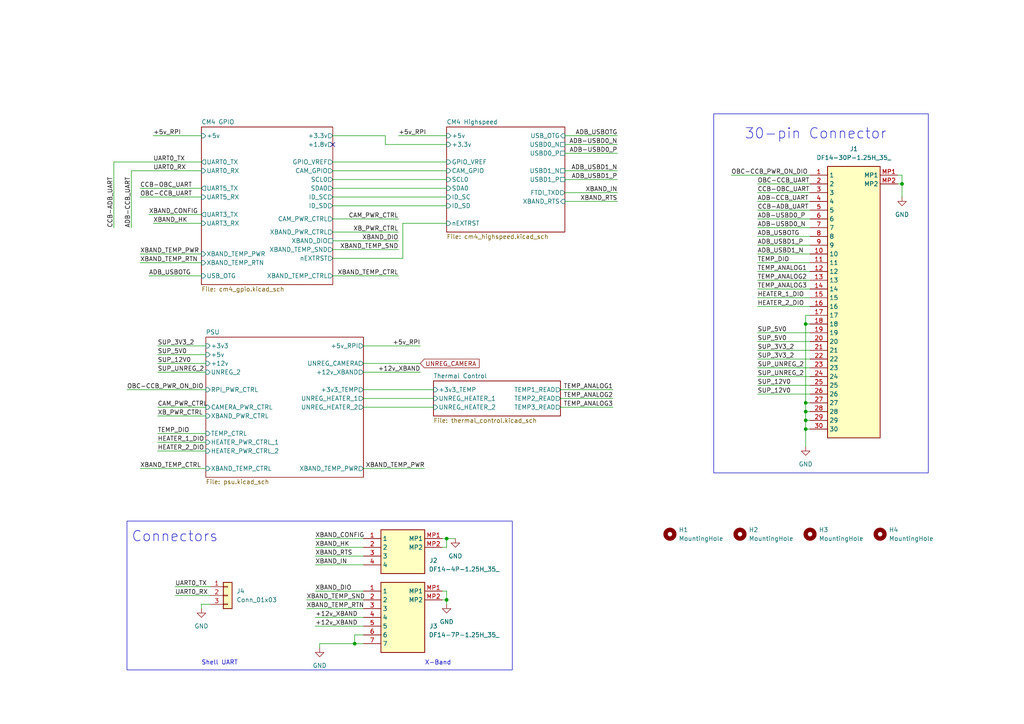
<source format=kicad_sch>
(kicad_sch (version 20230121) (generator eeschema)
  (paper "A4")
  (title_block (title "VERTECS Camera Control Board - A Variant") (date "2024-05-28") (rev "1.3") (company "Kyushu Institute of Technology") (comment 1 "\"A\" variant features a surface style connector") (comment 2 "Designed by Ezra Fielding"))
  (lib_symbols
    (symbol "Connector_Generic:Conn_01x03" (pin_names (offset 1.016) hide)
      (property "Reference" "J" (at 0 5.08 0))
      (property "Value" "Conn_01x03" (at 0 -5.08 0))
      (symbol "Conn_01x03_1_1"
        (rectangle (start -1.27 -2.413) (end 0 -2.667) (stroke (width 0.1524)))
        (rectangle (start -1.27 0.127) (end 0 -0.127) (stroke (width 0.1524)))
        (rectangle (start -1.27 2.667) (end 0 2.413) (stroke (width 0.1524)))
        (rectangle (start -1.27 3.81) (end 1.27 -3.81) (stroke (width 0.254)) (fill (type background)))
        (pin passive line (at -5.08 2.54 0) (length 3.81) (name "Pin_1") (number "1"))
        (pin passive line (at -5.08 0 0) (length 3.81) (name "Pin_2") (number "2"))
        (pin passive line (at -5.08 -2.54 0) (length 3.81) (name "Pin_3") (number "3"))
      )
    )
    (symbol "Mechanical:MountingHole" (pin_names (offset 1.016))
      (property "Reference" "H" (at 0 5.08 0))
      (property "Value" "MountingHole" (at 0 3.175 0))
      (symbol "MountingHole_0_1"
        (circle (center 0 0) (radius 1.27) (stroke (width 1.27)))
      )
    )
    (symbol "VERTECS_CCB_Library:DF14-30P-1.25H_35_"
      (property "Reference" "J" (at 21.59 7.62 0))
      (property "Value" "DF14-30P-1.25H_35_" (at 21.59 5.08 0))
      (symbol "DF14-30P-1.25H_35__1_1"
        (rectangle (start 5.08 2.54) (end 20.32 -76.2) (stroke (width 0.254)) (fill (type background)))
        (pin passive line (at 0 0 0) (length 5.08) (name "1") (number "1"))
        (pin passive line (at 0 -22.86 0) (length 5.08) (name "10") (number "10"))
        (pin passive line (at 0 -25.4 0) (length 5.08) (name "11") (number "11"))
        (pin passive line (at 0 -27.94 0) (length 5.08) (name "12") (number "12"))
        (pin passive line (at 0 -30.48 0) (length 5.08) (name "13") (number "13"))
        (pin passive line (at 0 -33.02 0) (length 5.08) (name "14") (number "14"))
        (pin passive line (at 0 -35.56 0) (length 5.08) (name "15") (number "15"))
        (pin passive line (at 0 -38.1 0) (length 5.08) (name "16") (number "16"))
        (pin passive line (at 0 -40.64 0) (length 5.08) (name "17") (number "17"))
        (pin passive line (at 0 -43.18 0) (length 5.08) (name "18") (number "18"))
        (pin passive line (at 0 -45.72 0) (length 5.08) (name "19") (number "19"))
        (pin passive line (at 0 -2.54 0) (length 5.08) (name "2") (number "2"))
        (pin passive line (at 0 -48.26 0) (length 5.08) (name "20") (number "20"))
        (pin passive line (at 0 -50.8 0) (length 5.08) (name "21") (number "21"))
        (pin passive line (at 0 -53.34 0) (length 5.08) (name "22") (number "22"))
        (pin passive line (at 0 -55.88 0) (length 5.08) (name "23") (number "23"))
        (pin passive line (at 0 -58.42 0) (length 5.08) (name "24") (number "24"))
        (pin passive line (at 0 -60.96 0) (length 5.08) (name "25") (number "25"))
        (pin passive line (at 0 -63.5 0) (length 5.08) (name "26") (number "26"))
        (pin passive line (at 0 -66.04 0) (length 5.08) (name "27") (number "27"))
        (pin passive line (at 0 -68.58 0) (length 5.08) (name "28") (number "28"))
        (pin passive line (at 0 -71.12 0) (length 5.08) (name "29") (number "29"))
        (pin passive line (at 0 -5.08 0) (length 5.08) (name "3") (number "3"))
        (pin passive line (at 0 -73.66 0) (length 5.08) (name "30") (number "30"))
        (pin passive line (at 0 -7.62 0) (length 5.08) (name "4") (number "4"))
        (pin passive line (at 0 -10.16 0) (length 5.08) (name "5") (number "5"))
        (pin passive line (at 0 -12.7 0) (length 5.08) (name "6") (number "6"))
        (pin passive line (at 0 -15.24 0) (length 5.08) (name "7") (number "7"))
        (pin passive line (at 0 -17.78 0) (length 5.08) (name "8") (number "8"))
        (pin passive line (at 0 -20.32 0) (length 5.08) (name "9") (number "9"))
        (pin passive line (at 25.4 0 180) (length 5.08) (name "MP1") (number "MP1"))
        (pin passive line (at 25.4 -2.54 180) (length 5.08) (name "MP2") (number "MP2"))
      )
    )
    (symbol "VERTECS_CCB_Library:DF14-4P-1.25H_35_"
      (property "Reference" "J" (at 19.05 7.62 0))
      (property "Value" "DF14-4P-1.25H_35_" (at 19.05 5.08 0))
      (symbol "DF14-4P-1.25H_35__1_1"
        (rectangle (start 5.08 2.54) (end 17.78 -10.16) (stroke (width 0.254)) (fill (type background)))
        (pin passive line (at 0 0 0) (length 5.08) (name "1") (number "1"))
        (pin passive line (at 0 -2.54 0) (length 5.08) (name "2") (number "2"))
        (pin passive line (at 0 -5.08 0) (length 5.08) (name "3") (number "3"))
        (pin passive line (at 0 -7.62 0) (length 5.08) (name "4") (number "4"))
        (pin passive line (at 22.86 0 180) (length 5.08) (name "MP1") (number "MP1"))
        (pin passive line (at 22.86 -2.54 180) (length 5.08) (name "MP2") (number "MP2"))
      )
    )
    (symbol "VERTECS_CCB_Library:DF14-7P-1.25H_35_"
      (property "Reference" "J" (at 19.05 7.62 0))
      (property "Value" "DF14-7P-1.25H_35_" (at 19.05 5.08 0))
      (symbol "DF14-7P-1.25H_35__1_1"
        (rectangle (start 5.08 2.54) (end 17.78 -17.78) (stroke (width 0.254)) (fill (type background)))
        (pin passive line (at 0 0 0) (length 5.08) (name "1") (number "1"))
        (pin passive line (at 0 -2.54 0) (length 5.08) (name "2") (number "2"))
        (pin passive line (at 0 -5.08 0) (length 5.08) (name "3") (number "3"))
        (pin passive line (at 0 -7.62 0) (length 5.08) (name "4") (number "4"))
        (pin passive line (at 0 -10.16 0) (length 5.08) (name "5") (number "5"))
        (pin passive line (at 0 -12.7 0) (length 5.08) (name "6") (number "6"))
        (pin passive line (at 0 -15.24 0) (length 5.08) (name "7") (number "7"))
        (pin passive line (at 22.86 0 180) (length 5.08) (name "MP1") (number "MP1"))
        (pin passive line (at 22.86 -2.54 180) (length 5.08) (name "MP2") (number "MP2"))
      )
    )
    (symbol "power:GND" (power) (pin_names (offset 0))
      (property "Value" "GND" (at 0 -3.81 0))
      (symbol "GND_0_1"
        (polyline (pts (xy 0 0) (xy 0 -1.27) (xy 1.27 -1.27) (xy 0 -2.54) (xy -1.27 -1.27) (xy 0 -1.27)))
      )
      (symbol "GND_1_1"
        (pin power_in line (at 0 0 270) (length 0) hide (name "GND") (number "1"))
      )
    )
  )
  (junction (at 233.68 119.38))
  (junction (at 102.87 186.69))
  (junction (at 233.68 93.98))
  (junction (at 233.68 124.46))
  (junction (at 129.54 173.99))
  (junction (at 261.62 53.34))
  (junction (at 129.54 156.21))
  (junction (at 233.68 121.92))
  (junction (at 233.68 116.84))
  (no_connect (at 96.52 41.91))
  (wire (pts (xy 219.71 111.76) (xy 234.95 111.76)))
  (wire (pts (xy 219.71 55.88) (xy 234.95 55.88)))
  (wire (pts (xy 129.54 171.45) (xy 129.54 173.99)))
  (wire (pts (xy 96.52 49.53) (xy 129.54 49.53)))
  (wire (pts (xy 163.83 44.45) (xy 179.07 44.45)))
  (wire (pts (xy 233.68 93.98) (xy 234.95 93.98)))
  (wire (pts (xy 91.44 158.75) (xy 105.41 158.75)))
  (wire (pts (xy 33.02 46.99) (xy 33.02 66.04)))
  (wire (pts (xy 38.1 49.53) (xy 38.1 66.04)))
  (wire (pts (xy 233.68 116.84) (xy 234.95 116.84)))
  (wire (pts (xy 91.44 163.83) (xy 105.41 163.83)))
  (wire (pts (xy 45.72 118.11) (xy 59.69 118.11)))
  (wire (pts (xy 219.71 86.36) (xy 234.95 86.36)))
  (wire (pts (xy 116.84 64.77) (xy 129.54 64.77)))
  (wire (pts (xy 45.72 100.33) (xy 59.69 100.33)))
  (wire (pts (xy 105.41 107.95) (xy 121.92 107.95)))
  (wire (pts (xy 105.41 115.57) (xy 125.73 115.57)))
  (wire (pts (xy 111.76 39.37) (xy 111.76 41.91)))
  (wire (pts (xy 233.68 119.38) (xy 234.95 119.38)))
  (wire (pts (xy 96.52 46.99) (xy 129.54 46.99)))
  (wire (pts (xy 45.72 120.65) (xy 59.69 120.65)))
  (wire (pts (xy 58.42 57.15) (xy 40.64 57.15)))
  (wire (pts (xy 45.72 105.41) (xy 59.69 105.41)))
  (wire (pts (xy 96.52 74.93) (xy 116.84 74.93)))
  (wire (pts (xy 96.52 57.15) (xy 129.54 57.15)))
  (wire (pts (xy 96.52 69.85) (xy 115.57 69.85)))
  (wire (pts (xy 45.72 125.73) (xy 59.69 125.73)))
  (wire (pts (xy 219.71 66.04) (xy 234.95 66.04)))
  (wire (pts (xy 33.02 46.99) (xy 58.42 46.99)))
  (wire (pts (xy 212.09 50.8) (xy 234.95 50.8)))
  (wire (pts (xy 219.71 96.52) (xy 234.95 96.52)))
  (wire (pts (xy 91.44 171.45) (xy 105.41 171.45)))
  (wire (pts (xy 91.44 156.21) (xy 105.41 156.21)))
  (wire (pts (xy 233.68 124.46) (xy 233.68 129.54)))
  (wire (pts (xy 88.9 176.53) (xy 105.41 176.53)))
  (wire (pts (xy 36.83 113.03) (xy 59.69 113.03)))
  (wire (pts (xy 129.54 173.99) (xy 129.54 175.26)))
  (wire (pts (xy 45.72 102.87) (xy 59.69 102.87)))
  (wire (pts (xy 163.83 39.37) (xy 179.07 39.37)))
  (wire (pts (xy 233.68 121.92) (xy 234.95 121.92)))
  (wire (pts (xy 233.68 91.44) (xy 234.95 91.44)))
  (wire (pts (xy 58.42 54.61) (xy 40.64 54.61)))
  (wire (pts (xy 129.54 156.21) (xy 128.27 156.21)))
  (wire (pts (xy 88.9 173.99) (xy 105.41 173.99)))
  (wire (pts (xy 40.64 135.89) (xy 59.69 135.89)))
  (wire (pts (xy 162.56 113.03) (xy 177.8 113.03)))
  (wire (pts (xy 219.71 99.06) (xy 234.95 99.06)))
  (wire (pts (xy 219.71 109.22) (xy 234.95 109.22)))
  (wire (pts (xy 105.41 105.41) (xy 121.92 105.41)))
  (wire (pts (xy 219.71 76.2) (xy 234.95 76.2)))
  (wire (pts (xy 219.71 58.42) (xy 234.95 58.42)))
  (wire (pts (xy 219.71 68.58) (xy 234.95 68.58)))
  (wire (pts (xy 60.96 175.26) (xy 58.42 175.26)))
  (wire (pts (xy 219.71 63.5) (xy 234.95 63.5)))
  (wire (pts (xy 219.71 83.82) (xy 234.95 83.82)))
  (wire (pts (xy 219.71 88.9) (xy 234.95 88.9)))
  (wire (pts (xy 91.44 181.61) (xy 105.41 181.61)))
  (wire (pts (xy 260.35 50.8) (xy 261.62 50.8)))
  (wire (pts (xy 96.52 72.39) (xy 115.57 72.39)))
  (wire (pts (xy 162.56 115.57) (xy 177.8 115.57)))
  (wire (pts (xy 128.27 158.75) (xy 129.54 158.75)))
  (wire (pts (xy 163.83 58.42) (xy 179.07 58.42)))
  (wire (pts (xy 96.52 67.31) (xy 115.57 67.31)))
  (wire (pts (xy 233.68 119.38) (xy 233.68 121.92)))
  (wire (pts (xy 91.44 179.07) (xy 105.41 179.07)))
  (wire (pts (xy 91.44 161.29) (xy 105.41 161.29)))
  (wire (pts (xy 219.71 114.3) (xy 234.95 114.3)))
  (wire (pts (xy 163.83 49.53) (xy 179.07 49.53)))
  (wire (pts (xy 261.62 53.34) (xy 261.62 57.15)))
  (wire (pts (xy 219.71 73.66) (xy 234.95 73.66)))
  (wire (pts (xy 116.84 74.93) (xy 116.84 64.77)))
  (wire (pts (xy 219.71 106.68) (xy 234.95 106.68)))
  (wire (pts (xy 115.57 39.37) (xy 129.54 39.37)))
  (wire (pts (xy 44.45 39.37) (xy 58.42 39.37)))
  (wire (pts (xy 219.71 71.12) (xy 234.95 71.12)))
  (wire (pts (xy 261.62 50.8) (xy 261.62 53.34)))
  (wire (pts (xy 163.83 55.88) (xy 179.07 55.88)))
  (wire (pts (xy 128.27 171.45) (xy 129.54 171.45)))
  (wire (pts (xy 219.71 78.74) (xy 234.95 78.74)))
  (wire (pts (xy 58.42 175.26) (xy 58.42 176.53)))
  (wire (pts (xy 45.72 128.27) (xy 59.69 128.27)))
  (wire (pts (xy 92.71 186.69) (xy 92.71 187.96)))
  (wire (pts (xy 219.71 81.28) (xy 234.95 81.28)))
  (wire (pts (xy 219.71 53.34) (xy 234.95 53.34)))
  (wire (pts (xy 45.72 130.81) (xy 59.69 130.81)))
  (wire (pts (xy 219.71 60.96) (xy 234.95 60.96)))
  (wire (pts (xy 233.68 93.98) (xy 233.68 116.84)))
  (wire (pts (xy 96.52 39.37) (xy 111.76 39.37)))
  (wire (pts (xy 233.68 91.44) (xy 233.68 93.98)))
  (wire (pts (xy 129.54 158.75) (xy 129.54 156.21)))
  (wire (pts (xy 96.52 63.5) (xy 115.57 63.5)))
  (wire (pts (xy 60.96 172.72) (xy 50.8 172.72)))
  (wire (pts (xy 60.96 170.18) (xy 50.8 170.18)))
  (wire (pts (xy 102.87 184.15) (xy 102.87 186.69)))
  (wire (pts (xy 38.1 49.53) (xy 58.42 49.53)))
  (wire (pts (xy 105.41 135.89) (xy 123.19 135.89)))
  (wire (pts (xy 163.83 52.07) (xy 179.07 52.07)))
  (wire (pts (xy 58.42 64.77) (xy 44.45 64.77)))
  (wire (pts (xy 219.71 101.6) (xy 234.95 101.6)))
  (wire (pts (xy 129.54 156.21) (xy 132.08 156.21)))
  (wire (pts (xy 105.41 184.15) (xy 102.87 184.15)))
  (wire (pts (xy 162.56 118.11) (xy 177.8 118.11)))
  (wire (pts (xy 96.52 54.61) (xy 129.54 54.61)))
  (wire (pts (xy 58.42 80.01) (xy 43.18 80.01)))
  (wire (pts (xy 233.68 121.92) (xy 233.68 124.46)))
  (wire (pts (xy 45.72 107.95) (xy 59.69 107.95)))
  (wire (pts (xy 102.87 186.69) (xy 92.71 186.69)))
  (wire (pts (xy 96.52 80.01) (xy 115.57 80.01)))
  (wire (pts (xy 111.76 41.91) (xy 129.54 41.91)))
  (wire (pts (xy 233.68 116.84) (xy 233.68 119.38)))
  (wire (pts (xy 102.87 186.69) (xy 105.41 186.69)))
  (wire (pts (xy 261.62 53.34) (xy 260.35 53.34)))
  (wire (pts (xy 105.41 100.33) (xy 121.92 100.33)))
  (wire (pts (xy 233.68 124.46) (xy 234.95 124.46)))
  (wire (pts (xy 58.42 62.23) (xy 43.18 62.23)))
  (wire (pts (xy 105.41 113.03) (xy 125.73 113.03)))
  (wire (pts (xy 40.64 76.2) (xy 58.42 76.2)))
  (wire (pts (xy 219.71 104.14) (xy 234.95 104.14)))
  (wire (pts (xy 96.52 59.69) (xy 129.54 59.69)))
  (wire (pts (xy 40.64 73.66) (xy 58.42 73.66)))
  (wire (pts (xy 129.54 173.99) (xy 128.27 173.99)))
  (wire (pts (xy 105.41 118.11) (xy 125.73 118.11)))
  (wire (pts (xy 96.52 52.07) (xy 129.54 52.07)))
  (wire (pts (xy 163.83 41.91) (xy 179.07 41.91)))
  (rectangle (start 36.83 151.13) (end 148.59 194.31))
  (rectangle (start 207.01 33.02) (end 269.24 137.16))
  (text "Shell UART" (at 58.42 193.04 0) (effects (font (size 1.27 1.27)) (justify left bottom)))
  (text "X-Band" (at 123.19 193.04 0) (effects (font (size 1.27 1.27)) (justify left bottom)))
  (text "Connectors\n" (at 38.1 157.48 0) (effects (font (size 3 3)) (justify left bottom)))
  (text "30-pin Connector" (at 215.9 40.64 0) (effects (font (size 3 3)) (justify left bottom)))
  (label "HEATER_2_DIO" (at 219.71 88.9 0))
  (label "SUP_5V0" (at 219.71 96.52 0))
  (label "XBAND_TEMP_SND" (at 115.57 72.39 180))
  (label "TEMP_DIO" (at 45.72 125.73 0))
  (label "SUP_5V0" (at 219.71 99.06 0))
  (label "TEMP_ANALOG2" (at 219.71 81.28 0))
  (label "XBAND_IN" (at 91.44 163.83 0))
  (label "XBAND_TEMP_CTRL" (at 40.64 135.89 0))
  (label "+12v_XBAND" (at 91.44 181.61 0))
  (label "+12v_XBAND" (at 121.92 107.95 180))
  (label "XBAND_IN" (at 179.07 55.88 180))
  (label "+5v_RPI" (at 115.57 39.37 0))
  (label "ADB-USBD0_P" (at 219.71 63.5 0))
  (label "XBAND_CONFIG" (at 91.44 156.21 0))
  (label "ADB-USBD0_P" (at 179.07 44.45 180))
  (label "OBC-CCB_PWR_ON_DIO" (at 212.09 50.8 0))
  (label "OBC-CCB_UART" (at 219.71 53.34 0))
  (label "SUP_UNREG_2" (at 219.71 106.68 0))
  (label "SUP_5V0" (at 45.72 102.87 0))
  (label "CAM_PWR_CTRL" (at 115.57 63.5 180))
  (label "ADB_USBOTG" (at 179.07 39.37 180))
  (label "OBC-CCB_PWR_ON_DIO" (at 36.83 113.03 0))
  (label "UART0_TX" (at 50.8 170.18 0))
  (label "HEATER_2_DIO" (at 45.72 130.81 0))
  (label "OBC-CCB_UART" (at 40.64 57.15 0))
  (label "XBAND_TEMP_PWR" (at 40.64 73.66 0))
  (label "HEATER_1_DIO" (at 219.71 86.36 0))
  (label "UART0_RX" (at 50.8 172.72 0))
  (label "XBAND_DIO" (at 91.44 171.45 0))
  (label "XBAND_TEMP_RTN" (at 40.64 76.2 0))
  (label "TEMP_ANALOG3" (at 219.71 83.82 0))
  (label "CCB-OBC_UART" (at 219.71 55.88 0))
  (label "SUP_3V3_2" (at 219.71 104.14 0))
  (label "XBAND_CONFIG" (at 43.18 62.23 0))
  (label "ADB-USBD0_N" (at 179.07 41.91 180))
  (label "ADB_USBD1_P" (at 179.07 52.07 180))
  (label "XBAND_HK" (at 44.45 64.77 0))
  (label "TEMP_DIO" (at 219.71 76.2 0))
  (label "UART0_TX" (at 44.45 46.99 0))
  (label "TEMP_ANALOG1" (at 177.8 113.03 180))
  (label "XBAND_TEMP_SND" (at 88.9 173.99 0))
  (label "XBAND_DIO" (at 115.57 69.85 180))
  (label "XBAND_TEMP_CTRL" (at 115.57 80.01 180))
  (label "SUP_12V0" (at 219.71 114.3 0))
  (label "XBAND_RTS" (at 91.44 161.29 0))
  (label "ADB_USBOTG" (at 219.71 68.58 0))
  (label "SUP_3V3_2" (at 219.71 101.6 0))
  (label "TEMP_ANALOG3" (at 177.8 118.11 180))
  (label "SUP_UNREG_2" (at 219.71 109.22 0))
  (label "TEMP_ANALOG2" (at 177.8 115.57 180))
  (label "ADB_USBD1_N" (at 219.71 73.66 0))
  (label "SUP_UNREG_2" (at 45.72 107.95 0))
  (label "+5v_RPI" (at 44.45 39.37 0))
  (label "HEATER_1_DIO" (at 45.72 128.27 0))
  (label "ADB-USBD0_N" (at 219.71 66.04 0))
  (label "+12v_XBAND" (at 91.44 179.07 0))
  (label "ADB-CCB_UART" (at 219.71 58.42 0))
  (label "CAM_PWR_CTRL" (at 45.72 118.11 0))
  (label "XBAND_RTS" (at 179.07 58.42 180))
  (label "ADB_USBD1_N" (at 179.07 49.53 180))
  (label "XB_PWR_CTRL" (at 115.57 67.31 180))
  (label "CCB-ADB_UART" (at 33.02 66.04 90))
  (label "XBAND_TEMP_PWR" (at 123.19 135.89 180))
  (label "XBAND_HK" (at 91.44 158.75 0))
  (label "+5v_RPI" (at 121.92 100.33 180))
  (label "UART0_RX" (at 44.45 49.53 0))
  (label "TEMP_ANALOG1" (at 219.71 78.74 0))
  (label "SUP_12V0" (at 45.72 105.41 0))
  (label "ADB_USBOTG" (at 43.18 80.01 0))
  (label "XBAND_TEMP_RTN" (at 88.9 176.53 0))
  (label "SUP_3V3_2" (at 45.72 100.33 0))
  (label "ADB-CCB_UART" (at 38.1 66.04 90))
  (label "CCB-ADB_UART" (at 219.71 60.96 0))
  (label "CCB-OBC_UART" (at 40.64 54.61 0))
  (label "ADB_USBD1_P" (at 219.71 71.12 0))
  (label "SUP_12V0" (at 219.71 111.76 0))
  (label "XB_PWR_CTRL" (at 45.72 120.65 0))
  (global_label "UNREG_CAMERA" (shape input) (at 121.92 105.41 0) (property "Intersheetrefs" "${INTERSHEET_REFS}" (effects hide)))
  (symbol (lib_id "VERTECS_CCB_Library:DF14-7P-1.25H_35_") (at 105.41 171.45 0) (unit 1)
    (property "Reference" "J3" (at 125.73 181.61 0))
    (property "Value" "DF14-7P-1.25H_35_" (at 134.62 184.15 0))
    (property "Footprint" "VERTECS_CCB_Library:DF147P125H35" (effects hide))
    (property "Datasheet" "https://www.hirose.com/en/product/document?clcode=CL0538-0026-8-35&productname=DF14-7P-1.25H(35)&series=DF14&documenttype=2DDrawing&lang=en&documentid=0001395068" (effects hide))
    (property "Height" "2.7" (effects hide))
    (property "Manufacturer_Name" "Hirose" (effects hide))
    (property "Manufacturer_Part_Number" "DF14-7P-1.25H(35)" (effects hide))
    (property "Mouser Part Number" "798-DF147P125H35" (effects hide))
    (property "Mouser Price/Stock" "https://www.mouser.co.uk/ProductDetail/Hirose-Connector/DF14-7P-1.25H35?qs=QNEnbhJQKvbeXnCtysN7EQ%3D%3D" (effects hide))
  )
  (symbol (lib_id "Mechanical:MountingHole") (at 194.31 154.94 0) (unit 1)
    (property "Reference" "H1" (at 196.85 153.67 0) (effects (justify left)))
    (property "Value" "MountingHole" (at 196.85 156.21 0) (effects (justify left)))
    (property "Footprint" "MountingHole:MountingHole_3.2mm_M3_ISO14580" (effects hide))
  )
  (symbol (lib_id "power:GND") (at 58.42 176.53 0) (unit 1)
    (property "Reference" "#PWR04" (effects hide))
    (property "Value" "GND" (at 58.42 181.61 0))
  )
  (symbol (lib_id "power:GND") (at 261.62 57.15 0) (unit 1)
    (property "Reference" "#PWR01" (effects hide))
    (property "Value" "GND" (at 261.62 62.23 0))
  )
  (symbol (lib_id "VERTECS_CCB_Library:DF14-4P-1.25H_35_") (at 105.41 156.21 0) (unit 1)
    (property "Reference" "J2" (at 125.73 162.56 0))
    (property "Value" "DF14-4P-1.25H_35_" (at 134.62 165.1 0))
    (property "Footprint" "VERTECS_CCB_Library:DF144P125H35" (effects hide))
    (property "Datasheet" "https://www.hirose.com/en/product/document?clcode=CL0538-0023-0-35&productname=DF14-4P-1.25H(35)&series=DF14&documenttype=2DDrawing&lang=en&documentid=0001395068" (effects hide))
    (property "Height" "2.7" (effects hide))
    (property "Manufacturer_Name" "Hirose" (effects hide))
    (property "Manufacturer_Part_Number" "DF14-4P-1.25H(35)" (effects hide))
    (property "Mouser Part Number" "798-DF144P125H35" (effects hide))
    (property "Mouser Price/Stock" "https://www.mouser.co.uk/ProductDetail/Hirose-Connector/DF14-4P-1.25H35?qs=QNEnbhJQKvYlvDOzQvTIEA%3D%3D" (effects hide))
  )
  (symbol (lib_id "power:GND") (at 132.08 156.21 0) (unit 1)
    (property "Reference" "#PWR0108" (effects hide))
    (property "Value" "GND" (at 132.08 161.29 0))
  )
  (symbol (lib_id "power:GND") (at 233.68 129.54 0) (unit 1)
    (property "Reference" "#PWR02" (effects hide))
    (property "Value" "GND" (at 233.68 134.62 0))
  )
  (symbol (lib_id "VERTECS_CCB_Library:DF14-30P-1.25H_35_") (at 234.95 50.8 0) (unit 1)
    (property "Reference" "J1" (at 247.65 43.18 0))
    (property "Value" "DF14-30P-1.25H_35_" (at 247.65 45.72 0))
    (property "Footprint" "VERTECS_CCB_Library:DF1430P125H35" (effects hide))
    (property "Datasheet" "https://www.hirose.com/en/product/document?clcode=CL0538-0020-1-35&productname=DF14-30P-1.25H(35)&series=DF14&documenttype=2DDrawing&lang=en&documentid=0001395068" (effects hide))
    (property "Height" "2.7" (effects hide))
    (property "Manufacturer_Name" "Hirose" (effects hide))
    (property "Manufacturer_Part_Number" "DF14-30P-1.25H(35)" (effects hide))
    (property "Mouser Part Number" "798-DF1430P125H35" (effects hide))
    (property "Mouser Price/Stock" "https://www.mouser.co.uk/ProductDetail/Hirose-Connector/DF14-30P-1.25H35?qs=QNEnbhJQKvYgGwfsHBrQ7Q%3D%3D" (effects hide))
  )
  (symbol (lib_id "Mechanical:MountingHole") (at 255.27 154.94 0) (unit 1)
    (property "Reference" "H4" (at 257.81 153.67 0) (effects (justify left)))
    (property "Value" "MountingHole" (at 257.81 156.21 0) (effects (justify left)))
    (property "Footprint" "MountingHole:MountingHole_3.2mm_M3_ISO14580" (effects hide))
  )
  (symbol (lib_id "power:GND") (at 129.54 175.26 0) (unit 1)
    (property "Reference" "#PWR0107" (effects hide))
    (property "Value" "GND" (at 129.54 180.34 0))
  )
  (symbol (lib_id "Mechanical:MountingHole") (at 234.95 154.94 0) (unit 1)
    (property "Reference" "H3" (at 237.49 153.67 0) (effects (justify left)))
    (property "Value" "MountingHole" (at 237.49 156.21 0) (effects (justify left)))
    (property "Footprint" "MountingHole:MountingHole_3.2mm_M3_ISO14580" (effects hide))
  )
  (symbol (lib_id "Connector_Generic:Conn_01x03") (at 66.04 172.72 0) (unit 1)
    (property "Reference" "J4" (at 68.58 171.45 0) (effects (justify left)))
    (property "Value" "Conn_01x03" (at 68.58 173.99 0) (effects (justify left)))
    (property "Footprint" "Connector_PinHeader_2.54mm:PinHeader_1x03_P2.54mm_Vertical" (effects hide))
  )
  (symbol (lib_id "Mechanical:MountingHole") (at 214.63 154.94 0) (unit 1)
    (property "Reference" "H2" (at 217.17 153.67 0) (effects (justify left)))
    (property "Value" "MountingHole" (at 217.17 156.21 0) (effects (justify left)))
    (property "Footprint" "MountingHole:MountingHole_3.2mm_M3_ISO14580" (effects hide))
  )
  (symbol (lib_id "power:GND") (at 92.71 187.96 0) (unit 1)
    (property "Reference" "#PWR05" (effects hide))
    (property "Value" "GND" (at 92.71 193.04 0))
  )
  (sheet (at 58.42 36.83) (size 38.1 45.72) (stroke (width 0.1524))
    (property "Sheetname" "CM4 GPIO" (at 58.42 36.1184 0) (effects (justify left bottom)))
    (property "Sheetfile" "cm4_gpio.kicad_sch" (at 58.42 83.1346 0) (effects (justify left top)))
    (pin "nEXTRST" output (at 96.52 74.93 0))
    (pin "+3.3v" output (at 96.52 39.37 0))
    (pin "+5v" input (at 58.42 39.37 180))
    (pin "UART0_RX" input (at 58.42 49.53 180))
    (pin "UART0_TX" output (at 58.42 46.99 180))
    (pin "UART5_RX" input (at 58.42 57.15 180))
    (pin "UART5_TX" output (at 58.42 54.61 180))
    (pin "UART3_TX" output (at 58.42 62.23 180))
    (pin "UART3_RX" input (at 58.42 64.77 180))
    (pin "+1.8v" output (at 96.52 41.91 0))
    (pin "CAM_PWR_CTRL" output (at 96.52 63.5 0))
    (pin "XBAND_PWR_CTRL" output (at 96.52 67.31 0))
    (pin "XBAND_DIO" passive (at 96.52 69.85 0))
    (pin "GPIO_VREF" output (at 96.52 46.99 0))
    (pin "CAM_GPIO" output (at 96.52 49.53 0))
    (pin "SCL0" output (at 96.52 52.07 0))
    (pin "SDA0" output (at 96.52 54.61 0))
    (pin "ID_SC" output (at 96.52 57.15 0))
    (pin "ID_SD" output (at 96.52 59.69 0))
    (pin "XBAND_TEMP_SND" output (at 96.52 72.39 0))
    (pin "XBAND_TEMP_RTN" input (at 58.42 76.2 180))
    (pin "XBAND_TEMP_PWR" input (at 58.42 73.66 180))
    (pin "XBAND_TEMP_CTRL" output (at 96.52 80.01 0))
    (pin "USB_OTG" input (at 58.42 80.01 180))
  )
  (sheet (at 59.69 97.79) (size 45.72 40.64) (stroke (width 0.1524))
    (property "Sheetname" "PSU" (at 59.69 97.0784 0) (effects (justify left bottom)))
    (property "Sheetfile" "psu.kicad_sch" (at 59.69 139.0146 0) (effects (justify left top)))
    (pin "+12v" input (at 59.69 105.41 180))
    (pin "XBAND_PWR_CTRL" input (at 59.69 120.65 180))
    (pin "CAMERA_PWR_CTRL" input (at 59.69 118.11 180))
    (pin "+5v" input (at 59.69 102.87 180))
    (pin "RPI_PWR_CTRL" input (at 59.69 113.03 180))
    (pin "TEMP_CTRL" input (at 59.69 125.73 180))
    (pin "UNREG_2" input (at 59.69 107.95 180))
    (pin "HEATER_PWR_CTRL_1" input (at 59.69 128.27 180))
    (pin "HEATER_PWR_CTRL_2" input (at 59.69 130.81 180))
    (pin "+12v_XBAND" output (at 105.41 107.95 0))
    (pin "UNREG_CAMERA" output (at 105.41 105.41 0))
    (pin "UNREG_HEATER_1" output (at 105.41 115.57 0))
    (pin "UNREG_HEATER_2" output (at 105.41 118.11 0))
    (pin "+5v_RPI" output (at 105.41 100.33 0))
    (pin "+3v3_TEMP" output (at 105.41 113.03 0))
    (pin "+3v3" input (at 59.69 100.33 180))
    (pin "XBAND_TEMP_PWR" output (at 105.41 135.89 0))
    (pin "XBAND_TEMP_CTRL" input (at 59.69 135.89 180))
  )
  (sheet (at 125.73 110.49) (size 36.83 10.16) (stroke (width 0.1524))
    (property "Sheetname" "Thermal Control" (at 125.73 109.7784 0) (effects (justify left bottom)))
    (property "Sheetfile" "thermal_control.kicad_sch" (at 125.73 121.2346 0) (effects (justify left top)))
    (pin "UNREG_HEATER_1" input (at 125.73 115.57 180))
    (pin "UNREG_HEATER_2" input (at 125.73 118.11 180))
    (pin "TEMP2_READ" output (at 162.56 115.57 0))
    (pin "+3v3_TEMP" input (at 125.73 113.03 180))
    (pin "TEMP1_READ" output (at 162.56 113.03 0))
    (pin "TEMP3_READ" output (at 162.56 118.11 0))
  )
  (sheet (at 129.54 36.83) (size 34.29 30.48) (stroke (width 0.1524))
    (property "Sheetname" "CM4 Highspeed" (at 129.54 36.1184 0) (effects (justify left bottom)))
    (property "Sheetfile" "cm4_highspeed.kicad_sch" (at 129.54 67.8946 0) (effects (justify left top)))
    (pin "USBD0_N" passive (at 163.83 41.91 0))
    (pin "USB_OTG" input (at 163.83 39.37 0))
    (pin "USBD0_P" passive (at 163.83 44.45 0))
    (pin "USBD1_N" passive (at 163.83 49.53 0))
    (pin "USBD1_P" passive (at 163.83 52.07 0))
    (pin "nEXTRST" input (at 129.54 64.77 180))
    (pin "+5v" input (at 129.54 39.37 180))
    (pin "+3.3v" input (at 129.54 41.91 180))
    (pin "XBAND_RTS" input (at 163.83 58.42 0))
    (pin "FTDI_TXD" output (at 163.83 55.88 0))
    (pin "SCL0" input (at 129.54 52.07 180))
    (pin "SDA0" input (at 129.54 54.61 180))
    (pin "CAM_GPIO" input (at 129.54 49.53 180))
    (pin "GPIO_VREF" input (at 129.54 46.99 180))
    (pin "ID_SC" input (at 129.54 57.15 180))
    (pin "ID_SD" input (at 129.54 59.69 180))
  )
)
</source>
